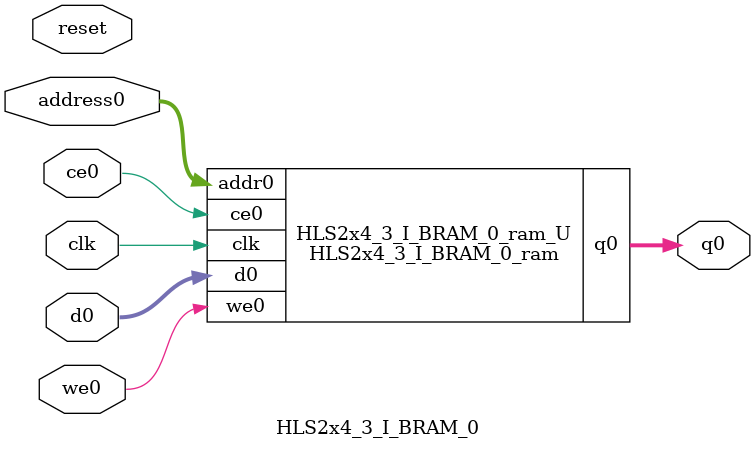
<source format=v>

`timescale 1 ns / 1 ps
module HLS2x4_3_I_BRAM_0_ram (addr0, ce0, d0, we0, q0,  clk);

parameter DWIDTH = 16;
parameter AWIDTH = 8;
parameter MEM_SIZE = 225;

input[AWIDTH-1:0] addr0;
input ce0;
input[DWIDTH-1:0] d0;
input we0;
output reg[DWIDTH-1:0] q0;
input clk;

(* ram_style = "block" *)reg [DWIDTH-1:0] ram[0:MEM_SIZE-1];




always @(posedge clk)  
begin 
    if (ce0) 
    begin
        if (we0) 
        begin 
            ram[addr0] <= d0; 
            q0 <= d0;
        end 
        else 
            q0 <= ram[addr0];
    end
end


endmodule


`timescale 1 ns / 1 ps
module HLS2x4_3_I_BRAM_0(
    reset,
    clk,
    address0,
    ce0,
    we0,
    d0,
    q0);

parameter DataWidth = 32'd16;
parameter AddressRange = 32'd225;
parameter AddressWidth = 32'd8;
input reset;
input clk;
input[AddressWidth - 1:0] address0;
input ce0;
input we0;
input[DataWidth - 1:0] d0;
output[DataWidth - 1:0] q0;



HLS2x4_3_I_BRAM_0_ram HLS2x4_3_I_BRAM_0_ram_U(
    .clk( clk ),
    .addr0( address0 ),
    .ce0( ce0 ),
    .d0( d0 ),
    .we0( we0 ),
    .q0( q0 ));

endmodule


</source>
